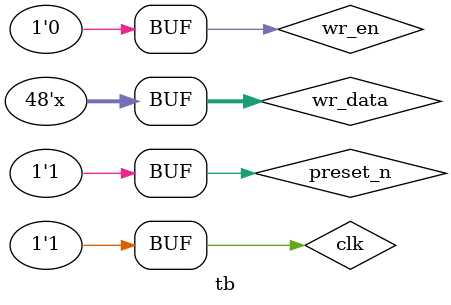
<source format=v>
`timescale 1ns / 1ps

module tb();

    // Inputs
    reg clk;
    reg [47:0] wr_data;
    reg wr_en;
    reg preset_n;
    
    // Outputs
    wire f_full;
    wire [47:0] fifo_data_frame;
    wire fifo_w_en;
    wire o_tx_active;
    wire o_tx_serial;    
    wire full;

    // Instantiate the DUT
    top dut (
        .clk(clk),
        .wr_data(wr_data),
        .wr_en(wr_en),
        .preset_n(preset_n),
        .f_full(f_full),
        .fifo_data_frame(fifo_data_frame),
        .fifo_w_en(fifo_w_en),
        .o_tx_active(o_tx_active),
        .o_tx_serial(o_tx_serial),
        .full(full)
    );

    // Clock generation
    always begin
        clk = 0;
        #5;
        clk = 1;
        #5;
    end

    // Test stimulus
    initial begin
        // Initialize inputs
        #20 preset_n = 0;
        # 10 preset_n = 1;
        // Write Data Frame
            wr_data = 48'h8108abcdef00;
        #10 wr_en =1;
        #10 wr_data = 48'h000012345670;
        #10 wr_data = 48'h000012345671;
        #10 wr_data = 48'h000012345672;
        #10 wr_data = 48'h000012345673;
        #10 wr_data = 48'h000012345674;
        #10 wr_data = 48'h000012345675;
        #10 wr_data = 48'h000012345676;
        #10 wr_data = 48'h000012345677;
        
         #5 wr_en =0;
        wr_data = 48'hx;
    end

endmodule

</source>
